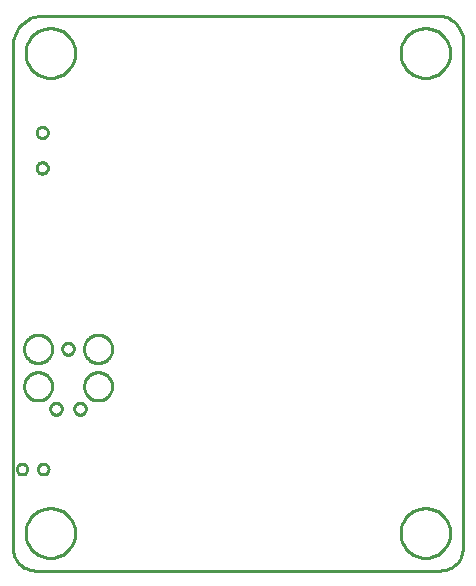
<source format=gbr>
G04 EAGLE Gerber RS-274X export*
G75*
%MOMM*%
%FSLAX34Y34*%
%LPD*%
%IN*%
%IPPOS*%
%AMOC8*
5,1,8,0,0,1.08239X$1,22.5*%
G01*
%ADD10C,0.254000*%


D10*
X0Y19050D02*
X73Y17390D01*
X289Y15742D01*
X649Y14120D01*
X1149Y12535D01*
X1785Y10999D01*
X2552Y9525D01*
X3445Y8123D01*
X4457Y6805D01*
X5580Y5580D01*
X6805Y4457D01*
X8123Y3445D01*
X9525Y2552D01*
X10999Y1785D01*
X12535Y1149D01*
X14120Y649D01*
X15742Y289D01*
X17390Y73D01*
X19050Y0D01*
X361950Y0D01*
X363610Y73D01*
X365258Y289D01*
X366881Y649D01*
X368465Y1149D01*
X370001Y1785D01*
X371475Y2552D01*
X372877Y3445D01*
X374195Y4457D01*
X375420Y5580D01*
X376543Y6805D01*
X377555Y8123D01*
X378448Y9525D01*
X379215Y10999D01*
X379851Y12535D01*
X380351Y14120D01*
X380711Y15742D01*
X380928Y17390D01*
X381000Y19050D01*
X381000Y444500D01*
X381192Y446449D01*
X381214Y448408D01*
X381064Y450360D01*
X380746Y452293D01*
X380260Y454190D01*
X379610Y456038D01*
X378802Y457822D01*
X377841Y459529D01*
X376736Y461145D01*
X375493Y462660D01*
X374124Y464060D01*
X372637Y465335D01*
X371045Y466476D01*
X369360Y467474D01*
X367594Y468321D01*
X365761Y469011D01*
X363875Y469539D01*
X361950Y469900D01*
X25400Y469900D01*
X23186Y469803D01*
X20989Y469514D01*
X18826Y469035D01*
X16713Y468368D01*
X14666Y467520D01*
X12700Y466497D01*
X10831Y465306D01*
X9073Y463958D01*
X7440Y462461D01*
X5942Y460827D01*
X4594Y459069D01*
X3403Y457200D01*
X2380Y455235D01*
X1532Y453187D01*
X865Y451074D01*
X386Y448911D01*
X97Y446714D01*
X0Y444500D01*
X0Y19050D01*
X52705Y31117D02*
X52629Y29853D01*
X52476Y28596D01*
X52248Y27350D01*
X51945Y26120D01*
X51568Y24911D01*
X51119Y23727D01*
X50599Y22572D01*
X50010Y21451D01*
X49355Y20367D01*
X48636Y19325D01*
X47855Y18328D01*
X47015Y17380D01*
X46120Y16485D01*
X45172Y15645D01*
X44175Y14864D01*
X43133Y14145D01*
X42049Y13490D01*
X40928Y12901D01*
X39773Y12381D01*
X38589Y11932D01*
X37380Y11555D01*
X36150Y11252D01*
X34904Y11024D01*
X33647Y10871D01*
X32383Y10795D01*
X31117Y10795D01*
X29853Y10871D01*
X28596Y11024D01*
X27350Y11252D01*
X26120Y11555D01*
X24911Y11932D01*
X23727Y12381D01*
X22572Y12901D01*
X21451Y13490D01*
X20367Y14145D01*
X19325Y14864D01*
X18328Y15645D01*
X17380Y16485D01*
X16485Y17380D01*
X15645Y18328D01*
X14864Y19325D01*
X14145Y20367D01*
X13490Y21451D01*
X12901Y22572D01*
X12381Y23727D01*
X11932Y24911D01*
X11555Y26120D01*
X11252Y27350D01*
X11024Y28596D01*
X10871Y29853D01*
X10795Y31117D01*
X10795Y32383D01*
X10871Y33647D01*
X11024Y34904D01*
X11252Y36150D01*
X11555Y37380D01*
X11932Y38589D01*
X12381Y39773D01*
X12901Y40928D01*
X13490Y42049D01*
X14145Y43133D01*
X14864Y44175D01*
X15645Y45172D01*
X16485Y46120D01*
X17380Y47015D01*
X18328Y47855D01*
X19325Y48636D01*
X20367Y49355D01*
X21451Y50010D01*
X22572Y50599D01*
X23727Y51119D01*
X24911Y51568D01*
X26120Y51945D01*
X27350Y52248D01*
X28596Y52476D01*
X29853Y52629D01*
X31117Y52705D01*
X32383Y52705D01*
X33647Y52629D01*
X34904Y52476D01*
X36150Y52248D01*
X37380Y51945D01*
X38589Y51568D01*
X39773Y51119D01*
X40928Y50599D01*
X42049Y50010D01*
X43133Y49355D01*
X44175Y48636D01*
X45172Y47855D01*
X46120Y47015D01*
X47015Y46120D01*
X47855Y45172D01*
X48636Y44175D01*
X49355Y43133D01*
X50010Y42049D01*
X50599Y40928D01*
X51119Y39773D01*
X51568Y38589D01*
X51945Y37380D01*
X52248Y36150D01*
X52476Y34904D01*
X52629Y33647D01*
X52705Y32383D01*
X52705Y31117D01*
X370205Y31117D02*
X370129Y29853D01*
X369976Y28596D01*
X369748Y27350D01*
X369445Y26120D01*
X369068Y24911D01*
X368619Y23727D01*
X368099Y22572D01*
X367510Y21451D01*
X366855Y20367D01*
X366136Y19325D01*
X365355Y18328D01*
X364515Y17380D01*
X363620Y16485D01*
X362672Y15645D01*
X361675Y14864D01*
X360633Y14145D01*
X359549Y13490D01*
X358428Y12901D01*
X357273Y12381D01*
X356089Y11932D01*
X354880Y11555D01*
X353650Y11252D01*
X352404Y11024D01*
X351147Y10871D01*
X349883Y10795D01*
X348617Y10795D01*
X347353Y10871D01*
X346096Y11024D01*
X344850Y11252D01*
X343620Y11555D01*
X342411Y11932D01*
X341227Y12381D01*
X340072Y12901D01*
X338951Y13490D01*
X337867Y14145D01*
X336825Y14864D01*
X335828Y15645D01*
X334880Y16485D01*
X333985Y17380D01*
X333145Y18328D01*
X332364Y19325D01*
X331645Y20367D01*
X330990Y21451D01*
X330401Y22572D01*
X329881Y23727D01*
X329432Y24911D01*
X329055Y26120D01*
X328752Y27350D01*
X328524Y28596D01*
X328371Y29853D01*
X328295Y31117D01*
X328295Y32383D01*
X328371Y33647D01*
X328524Y34904D01*
X328752Y36150D01*
X329055Y37380D01*
X329432Y38589D01*
X329881Y39773D01*
X330401Y40928D01*
X330990Y42049D01*
X331645Y43133D01*
X332364Y44175D01*
X333145Y45172D01*
X333985Y46120D01*
X334880Y47015D01*
X335828Y47855D01*
X336825Y48636D01*
X337867Y49355D01*
X338951Y50010D01*
X340072Y50599D01*
X341227Y51119D01*
X342411Y51568D01*
X343620Y51945D01*
X344850Y52248D01*
X346096Y52476D01*
X347353Y52629D01*
X348617Y52705D01*
X349883Y52705D01*
X351147Y52629D01*
X352404Y52476D01*
X353650Y52248D01*
X354880Y51945D01*
X356089Y51568D01*
X357273Y51119D01*
X358428Y50599D01*
X359549Y50010D01*
X360633Y49355D01*
X361675Y48636D01*
X362672Y47855D01*
X363620Y47015D01*
X364515Y46120D01*
X365355Y45172D01*
X366136Y44175D01*
X366855Y43133D01*
X367510Y42049D01*
X368099Y40928D01*
X368619Y39773D01*
X369068Y38589D01*
X369445Y37380D01*
X369748Y36150D01*
X369976Y34904D01*
X370129Y33647D01*
X370205Y32383D01*
X370205Y31117D01*
X370205Y437517D02*
X370129Y436253D01*
X369976Y434996D01*
X369748Y433750D01*
X369445Y432520D01*
X369068Y431311D01*
X368619Y430127D01*
X368099Y428972D01*
X367510Y427851D01*
X366855Y426767D01*
X366136Y425725D01*
X365355Y424728D01*
X364515Y423780D01*
X363620Y422885D01*
X362672Y422045D01*
X361675Y421264D01*
X360633Y420545D01*
X359549Y419890D01*
X358428Y419301D01*
X357273Y418781D01*
X356089Y418332D01*
X354880Y417955D01*
X353650Y417652D01*
X352404Y417424D01*
X351147Y417271D01*
X349883Y417195D01*
X348617Y417195D01*
X347353Y417271D01*
X346096Y417424D01*
X344850Y417652D01*
X343620Y417955D01*
X342411Y418332D01*
X341227Y418781D01*
X340072Y419301D01*
X338951Y419890D01*
X337867Y420545D01*
X336825Y421264D01*
X335828Y422045D01*
X334880Y422885D01*
X333985Y423780D01*
X333145Y424728D01*
X332364Y425725D01*
X331645Y426767D01*
X330990Y427851D01*
X330401Y428972D01*
X329881Y430127D01*
X329432Y431311D01*
X329055Y432520D01*
X328752Y433750D01*
X328524Y434996D01*
X328371Y436253D01*
X328295Y437517D01*
X328295Y438783D01*
X328371Y440047D01*
X328524Y441304D01*
X328752Y442550D01*
X329055Y443780D01*
X329432Y444989D01*
X329881Y446173D01*
X330401Y447328D01*
X330990Y448449D01*
X331645Y449533D01*
X332364Y450575D01*
X333145Y451572D01*
X333985Y452520D01*
X334880Y453415D01*
X335828Y454255D01*
X336825Y455036D01*
X337867Y455755D01*
X338951Y456410D01*
X340072Y456999D01*
X341227Y457519D01*
X342411Y457968D01*
X343620Y458345D01*
X344850Y458648D01*
X346096Y458876D01*
X347353Y459029D01*
X348617Y459105D01*
X349883Y459105D01*
X351147Y459029D01*
X352404Y458876D01*
X353650Y458648D01*
X354880Y458345D01*
X356089Y457968D01*
X357273Y457519D01*
X358428Y456999D01*
X359549Y456410D01*
X360633Y455755D01*
X361675Y455036D01*
X362672Y454255D01*
X363620Y453415D01*
X364515Y452520D01*
X365355Y451572D01*
X366136Y450575D01*
X366855Y449533D01*
X367510Y448449D01*
X368099Y447328D01*
X368619Y446173D01*
X369068Y444989D01*
X369445Y443780D01*
X369748Y442550D01*
X369976Y441304D01*
X370129Y440047D01*
X370205Y438783D01*
X370205Y437517D01*
X52705Y437517D02*
X52629Y436253D01*
X52476Y434996D01*
X52248Y433750D01*
X51945Y432520D01*
X51568Y431311D01*
X51119Y430127D01*
X50599Y428972D01*
X50010Y427851D01*
X49355Y426767D01*
X48636Y425725D01*
X47855Y424728D01*
X47015Y423780D01*
X46120Y422885D01*
X45172Y422045D01*
X44175Y421264D01*
X43133Y420545D01*
X42049Y419890D01*
X40928Y419301D01*
X39773Y418781D01*
X38589Y418332D01*
X37380Y417955D01*
X36150Y417652D01*
X34904Y417424D01*
X33647Y417271D01*
X32383Y417195D01*
X31117Y417195D01*
X29853Y417271D01*
X28596Y417424D01*
X27350Y417652D01*
X26120Y417955D01*
X24911Y418332D01*
X23727Y418781D01*
X22572Y419301D01*
X21451Y419890D01*
X20367Y420545D01*
X19325Y421264D01*
X18328Y422045D01*
X17380Y422885D01*
X16485Y423780D01*
X15645Y424728D01*
X14864Y425725D01*
X14145Y426767D01*
X13490Y427851D01*
X12901Y428972D01*
X12381Y430127D01*
X11932Y431311D01*
X11555Y432520D01*
X11252Y433750D01*
X11024Y434996D01*
X10871Y436253D01*
X10795Y437517D01*
X10795Y438783D01*
X10871Y440047D01*
X11024Y441304D01*
X11252Y442550D01*
X11555Y443780D01*
X11932Y444989D01*
X12381Y446173D01*
X12901Y447328D01*
X13490Y448449D01*
X14145Y449533D01*
X14864Y450575D01*
X15645Y451572D01*
X16485Y452520D01*
X17380Y453415D01*
X18328Y454255D01*
X19325Y455036D01*
X20367Y455755D01*
X21451Y456410D01*
X22572Y456999D01*
X23727Y457519D01*
X24911Y457968D01*
X26120Y458345D01*
X27350Y458648D01*
X28596Y458876D01*
X29853Y459029D01*
X31117Y459105D01*
X32383Y459105D01*
X33647Y459029D01*
X34904Y458876D01*
X36150Y458648D01*
X37380Y458345D01*
X38589Y457968D01*
X39773Y457519D01*
X40928Y456999D01*
X42049Y456410D01*
X43133Y455755D01*
X44175Y455036D01*
X45172Y454255D01*
X46120Y453415D01*
X47015Y452520D01*
X47855Y451572D01*
X48636Y450575D01*
X49355Y449533D01*
X50010Y448449D01*
X50599Y447328D01*
X51119Y446173D01*
X51568Y444989D01*
X51945Y443780D01*
X52248Y442550D01*
X52476Y441304D01*
X52629Y440047D01*
X52705Y438783D01*
X52705Y437517D01*
X46458Y182753D02*
X45905Y182815D01*
X45363Y182939D01*
X44838Y183123D01*
X44336Y183364D01*
X43865Y183660D01*
X43430Y184007D01*
X43037Y184400D01*
X42690Y184835D01*
X42394Y185306D01*
X42153Y185808D01*
X41969Y186333D01*
X41845Y186875D01*
X41783Y187428D01*
X41783Y187984D01*
X41845Y188537D01*
X41969Y189079D01*
X42153Y189604D01*
X42394Y190106D01*
X42690Y190577D01*
X43037Y191012D01*
X43430Y191405D01*
X43865Y191752D01*
X44336Y192048D01*
X44838Y192289D01*
X45363Y192473D01*
X45905Y192597D01*
X46458Y192659D01*
X47014Y192659D01*
X47567Y192597D01*
X48109Y192473D01*
X48634Y192289D01*
X49136Y192048D01*
X49607Y191752D01*
X50042Y191405D01*
X50435Y191012D01*
X50782Y190577D01*
X51078Y190106D01*
X51319Y189604D01*
X51503Y189079D01*
X51627Y188537D01*
X51689Y187984D01*
X51689Y187428D01*
X51627Y186875D01*
X51503Y186333D01*
X51319Y185808D01*
X51078Y185306D01*
X50782Y184835D01*
X50435Y184400D01*
X50042Y184007D01*
X49607Y183660D01*
X49136Y183364D01*
X48634Y183123D01*
X48109Y182939D01*
X47567Y182815D01*
X47014Y182753D01*
X46458Y182753D01*
X56608Y131953D02*
X56055Y132015D01*
X55513Y132139D01*
X54988Y132323D01*
X54486Y132564D01*
X54015Y132860D01*
X53580Y133207D01*
X53187Y133600D01*
X52840Y134035D01*
X52544Y134506D01*
X52303Y135008D01*
X52119Y135533D01*
X51995Y136075D01*
X51933Y136628D01*
X51933Y137184D01*
X51995Y137737D01*
X52119Y138279D01*
X52303Y138804D01*
X52544Y139306D01*
X52840Y139777D01*
X53187Y140212D01*
X53580Y140605D01*
X54015Y140952D01*
X54486Y141248D01*
X54988Y141489D01*
X55513Y141673D01*
X56055Y141797D01*
X56608Y141859D01*
X57164Y141859D01*
X57717Y141797D01*
X58259Y141673D01*
X58784Y141489D01*
X59286Y141248D01*
X59757Y140952D01*
X60192Y140605D01*
X60585Y140212D01*
X60932Y139777D01*
X61228Y139306D01*
X61469Y138804D01*
X61653Y138279D01*
X61777Y137737D01*
X61839Y137184D01*
X61839Y136628D01*
X61777Y136075D01*
X61653Y135533D01*
X61469Y135008D01*
X61228Y134506D01*
X60932Y134035D01*
X60585Y133600D01*
X60192Y133207D01*
X59757Y132860D01*
X59286Y132564D01*
X58784Y132323D01*
X58259Y132139D01*
X57717Y132015D01*
X57164Y131953D01*
X56608Y131953D01*
X36308Y131953D02*
X35755Y132015D01*
X35213Y132139D01*
X34688Y132323D01*
X34186Y132564D01*
X33715Y132860D01*
X33280Y133207D01*
X32887Y133600D01*
X32540Y134035D01*
X32244Y134506D01*
X32003Y135008D01*
X31819Y135533D01*
X31695Y136075D01*
X31633Y136628D01*
X31633Y137184D01*
X31695Y137737D01*
X31819Y138279D01*
X32003Y138804D01*
X32244Y139306D01*
X32540Y139777D01*
X32887Y140212D01*
X33280Y140605D01*
X33715Y140952D01*
X34186Y141248D01*
X34688Y141489D01*
X35213Y141673D01*
X35755Y141797D01*
X36308Y141859D01*
X36864Y141859D01*
X37417Y141797D01*
X37959Y141673D01*
X38484Y141489D01*
X38986Y141248D01*
X39457Y140952D01*
X39892Y140605D01*
X40285Y140212D01*
X40632Y139777D01*
X40928Y139306D01*
X41169Y138804D01*
X41353Y138279D01*
X41477Y137737D01*
X41539Y137184D01*
X41539Y136628D01*
X41477Y136075D01*
X41353Y135533D01*
X41169Y135008D01*
X40928Y134506D01*
X40632Y134035D01*
X40285Y133600D01*
X39892Y133207D01*
X39457Y132860D01*
X38986Y132564D01*
X38484Y132323D01*
X37959Y132139D01*
X37417Y132015D01*
X36864Y131953D01*
X36308Y131953D01*
X71669Y175832D02*
X70739Y175905D01*
X69818Y176051D01*
X68910Y176269D01*
X68023Y176557D01*
X67161Y176914D01*
X66329Y177338D01*
X65534Y177825D01*
X64779Y178374D01*
X64069Y178980D01*
X63410Y179639D01*
X62804Y180349D01*
X62255Y181104D01*
X61768Y181899D01*
X61344Y182731D01*
X60987Y183593D01*
X60699Y184480D01*
X60481Y185388D01*
X60335Y186309D01*
X60262Y187239D01*
X60262Y188173D01*
X60335Y189103D01*
X60481Y190024D01*
X60699Y190932D01*
X60987Y191819D01*
X61344Y192681D01*
X61768Y193513D01*
X62255Y194308D01*
X62804Y195063D01*
X63410Y195773D01*
X64069Y196432D01*
X64779Y197038D01*
X65534Y197587D01*
X66329Y198074D01*
X67161Y198498D01*
X68023Y198855D01*
X68910Y199144D01*
X69818Y199361D01*
X70739Y199507D01*
X71669Y199581D01*
X72603Y199581D01*
X73533Y199507D01*
X74454Y199361D01*
X75362Y199144D01*
X76249Y198855D01*
X77111Y198498D01*
X77943Y198074D01*
X78738Y197587D01*
X79493Y197038D01*
X80203Y196432D01*
X80862Y195773D01*
X81468Y195063D01*
X82017Y194308D01*
X82504Y193513D01*
X82928Y192681D01*
X83285Y191819D01*
X83574Y190932D01*
X83791Y190024D01*
X83937Y189103D01*
X84011Y188173D01*
X84011Y187239D01*
X83937Y186309D01*
X83791Y185388D01*
X83574Y184480D01*
X83285Y183593D01*
X82928Y182731D01*
X82504Y181899D01*
X82017Y181104D01*
X81468Y180349D01*
X80862Y179639D01*
X80203Y178980D01*
X79493Y178374D01*
X78738Y177825D01*
X77943Y177338D01*
X77111Y176914D01*
X76249Y176557D01*
X75362Y176269D01*
X74454Y176051D01*
X73533Y175905D01*
X72603Y175832D01*
X71669Y175832D01*
X71669Y144082D02*
X70739Y144155D01*
X69818Y144301D01*
X68910Y144519D01*
X68023Y144807D01*
X67161Y145164D01*
X66329Y145588D01*
X65534Y146075D01*
X64779Y146624D01*
X64069Y147230D01*
X63410Y147889D01*
X62804Y148599D01*
X62255Y149354D01*
X61768Y150149D01*
X61344Y150981D01*
X60987Y151843D01*
X60699Y152730D01*
X60481Y153638D01*
X60335Y154559D01*
X60262Y155489D01*
X60262Y156423D01*
X60335Y157353D01*
X60481Y158274D01*
X60699Y159182D01*
X60987Y160069D01*
X61344Y160931D01*
X61768Y161763D01*
X62255Y162558D01*
X62804Y163313D01*
X63410Y164023D01*
X64069Y164682D01*
X64779Y165288D01*
X65534Y165837D01*
X66329Y166324D01*
X67161Y166748D01*
X68023Y167105D01*
X68910Y167394D01*
X69818Y167611D01*
X70739Y167757D01*
X71669Y167831D01*
X72603Y167831D01*
X73533Y167757D01*
X74454Y167611D01*
X75362Y167394D01*
X76249Y167105D01*
X77111Y166748D01*
X77943Y166324D01*
X78738Y165837D01*
X79493Y165288D01*
X80203Y164682D01*
X80862Y164023D01*
X81468Y163313D01*
X82017Y162558D01*
X82504Y161763D01*
X82928Y160931D01*
X83285Y160069D01*
X83574Y159182D01*
X83791Y158274D01*
X83937Y157353D01*
X84011Y156423D01*
X84011Y155489D01*
X83937Y154559D01*
X83791Y153638D01*
X83574Y152730D01*
X83285Y151843D01*
X82928Y150981D01*
X82504Y150149D01*
X82017Y149354D01*
X81468Y148599D01*
X80862Y147889D01*
X80203Y147230D01*
X79493Y146624D01*
X78738Y146075D01*
X77943Y145588D01*
X77111Y145164D01*
X76249Y144807D01*
X75362Y144519D01*
X74454Y144301D01*
X73533Y144155D01*
X72603Y144082D01*
X71669Y144082D01*
X20869Y144082D02*
X19939Y144155D01*
X19018Y144301D01*
X18110Y144519D01*
X17223Y144807D01*
X16361Y145164D01*
X15529Y145588D01*
X14734Y146075D01*
X13979Y146624D01*
X13269Y147230D01*
X12610Y147889D01*
X12004Y148599D01*
X11455Y149354D01*
X10968Y150149D01*
X10544Y150981D01*
X10187Y151843D01*
X9899Y152730D01*
X9681Y153638D01*
X9535Y154559D01*
X9462Y155489D01*
X9462Y156423D01*
X9535Y157353D01*
X9681Y158274D01*
X9899Y159182D01*
X10187Y160069D01*
X10544Y160931D01*
X10968Y161763D01*
X11455Y162558D01*
X12004Y163313D01*
X12610Y164023D01*
X13269Y164682D01*
X13979Y165288D01*
X14734Y165837D01*
X15529Y166324D01*
X16361Y166748D01*
X17223Y167105D01*
X18110Y167394D01*
X19018Y167611D01*
X19939Y167757D01*
X20869Y167831D01*
X21803Y167831D01*
X22733Y167757D01*
X23654Y167611D01*
X24562Y167394D01*
X25449Y167105D01*
X26311Y166748D01*
X27143Y166324D01*
X27938Y165837D01*
X28693Y165288D01*
X29403Y164682D01*
X30062Y164023D01*
X30668Y163313D01*
X31217Y162558D01*
X31704Y161763D01*
X32128Y160931D01*
X32485Y160069D01*
X32774Y159182D01*
X32991Y158274D01*
X33137Y157353D01*
X33211Y156423D01*
X33211Y155489D01*
X33137Y154559D01*
X32991Y153638D01*
X32774Y152730D01*
X32485Y151843D01*
X32128Y150981D01*
X31704Y150149D01*
X31217Y149354D01*
X30668Y148599D01*
X30062Y147889D01*
X29403Y147230D01*
X28693Y146624D01*
X27938Y146075D01*
X27143Y145588D01*
X26311Y145164D01*
X25449Y144807D01*
X24562Y144519D01*
X23654Y144301D01*
X22733Y144155D01*
X21803Y144082D01*
X20869Y144082D01*
X20869Y175832D02*
X19939Y175905D01*
X19018Y176051D01*
X18110Y176269D01*
X17223Y176557D01*
X16361Y176914D01*
X15529Y177338D01*
X14734Y177825D01*
X13979Y178374D01*
X13269Y178980D01*
X12610Y179639D01*
X12004Y180349D01*
X11455Y181104D01*
X10968Y181899D01*
X10544Y182731D01*
X10187Y183593D01*
X9899Y184480D01*
X9681Y185388D01*
X9535Y186309D01*
X9462Y187239D01*
X9462Y188173D01*
X9535Y189103D01*
X9681Y190024D01*
X9899Y190932D01*
X10187Y191819D01*
X10544Y192681D01*
X10968Y193513D01*
X11455Y194308D01*
X12004Y195063D01*
X12610Y195773D01*
X13269Y196432D01*
X13979Y197038D01*
X14734Y197587D01*
X15529Y198074D01*
X16361Y198498D01*
X17223Y198855D01*
X18110Y199144D01*
X19018Y199361D01*
X19939Y199507D01*
X20869Y199581D01*
X21803Y199581D01*
X22733Y199507D01*
X23654Y199361D01*
X24562Y199144D01*
X25449Y198855D01*
X26311Y198498D01*
X27143Y198074D01*
X27938Y197587D01*
X28693Y197038D01*
X29403Y196432D01*
X30062Y195773D01*
X30668Y195063D01*
X31217Y194308D01*
X31704Y193513D01*
X32128Y192681D01*
X32485Y191819D01*
X32774Y190932D01*
X32991Y190024D01*
X33137Y189103D01*
X33211Y188173D01*
X33211Y187239D01*
X33137Y186309D01*
X32991Y185388D01*
X32774Y184480D01*
X32485Y183593D01*
X32128Y182731D01*
X31704Y181899D01*
X31217Y181104D01*
X30668Y180349D01*
X30062Y179639D01*
X29403Y178980D01*
X28693Y178374D01*
X27938Y177825D01*
X27143Y177338D01*
X26311Y176914D01*
X25449Y176557D01*
X24562Y176269D01*
X23654Y176051D01*
X22733Y175905D01*
X21803Y175832D01*
X20869Y175832D01*
X7469Y81352D02*
X6884Y81429D01*
X6314Y81582D01*
X5769Y81807D01*
X5259Y82102D01*
X4791Y82461D01*
X4373Y82879D01*
X4014Y83347D01*
X3719Y83857D01*
X3494Y84402D01*
X3341Y84972D01*
X3264Y85557D01*
X3264Y86147D01*
X3341Y86732D01*
X3494Y87302D01*
X3719Y87847D01*
X4014Y88357D01*
X4373Y88825D01*
X4791Y89243D01*
X5259Y89602D01*
X5769Y89897D01*
X6314Y90122D01*
X6884Y90275D01*
X7469Y90352D01*
X8059Y90352D01*
X8644Y90275D01*
X9214Y90122D01*
X9759Y89897D01*
X10269Y89602D01*
X10737Y89243D01*
X11155Y88825D01*
X11514Y88357D01*
X11809Y87847D01*
X12034Y87302D01*
X12187Y86732D01*
X12264Y86147D01*
X12264Y85557D01*
X12187Y84972D01*
X12034Y84402D01*
X11809Y83857D01*
X11514Y83347D01*
X11155Y82879D01*
X10737Y82461D01*
X10269Y82102D01*
X9759Y81807D01*
X9214Y81582D01*
X8644Y81429D01*
X8059Y81352D01*
X7469Y81352D01*
X25469Y81352D02*
X24884Y81429D01*
X24314Y81582D01*
X23769Y81807D01*
X23259Y82102D01*
X22791Y82461D01*
X22373Y82879D01*
X22014Y83347D01*
X21719Y83857D01*
X21494Y84402D01*
X21341Y84972D01*
X21264Y85557D01*
X21264Y86147D01*
X21341Y86732D01*
X21494Y87302D01*
X21719Y87847D01*
X22014Y88357D01*
X22373Y88825D01*
X22791Y89243D01*
X23259Y89602D01*
X23769Y89897D01*
X24314Y90122D01*
X24884Y90275D01*
X25469Y90352D01*
X26059Y90352D01*
X26644Y90275D01*
X27214Y90122D01*
X27759Y89897D01*
X28269Y89602D01*
X28737Y89243D01*
X29155Y88825D01*
X29514Y88357D01*
X29809Y87847D01*
X30034Y87302D01*
X30187Y86732D01*
X30264Y86147D01*
X30264Y85557D01*
X30187Y84972D01*
X30034Y84402D01*
X29809Y83857D01*
X29514Y83347D01*
X29155Y82879D01*
X28737Y82461D01*
X28269Y82102D01*
X27759Y81807D01*
X27214Y81582D01*
X26644Y81429D01*
X26059Y81352D01*
X25469Y81352D01*
X25159Y345604D02*
X25689Y345544D01*
X26209Y345426D01*
X26713Y345249D01*
X27193Y345018D01*
X27645Y344734D01*
X28062Y344401D01*
X28439Y344024D01*
X28772Y343607D01*
X29056Y343155D01*
X29287Y342675D01*
X29464Y342171D01*
X29582Y341651D01*
X29642Y341121D01*
X29642Y340587D01*
X29582Y340057D01*
X29464Y339537D01*
X29287Y339033D01*
X29056Y338553D01*
X28772Y338101D01*
X28439Y337684D01*
X28062Y337307D01*
X27645Y336974D01*
X27193Y336690D01*
X26713Y336459D01*
X26209Y336282D01*
X25689Y336164D01*
X25159Y336104D01*
X24625Y336104D01*
X24095Y336164D01*
X23575Y336282D01*
X23071Y336459D01*
X22591Y336690D01*
X22139Y336974D01*
X21722Y337307D01*
X21345Y337684D01*
X21012Y338101D01*
X20728Y338553D01*
X20497Y339033D01*
X20320Y339537D01*
X20202Y340057D01*
X20142Y340587D01*
X20142Y341121D01*
X20202Y341651D01*
X20320Y342171D01*
X20497Y342675D01*
X20728Y343155D01*
X21012Y343607D01*
X21345Y344024D01*
X21722Y344401D01*
X22139Y344734D01*
X22591Y345018D01*
X23071Y345249D01*
X23575Y345426D01*
X24095Y345544D01*
X24625Y345604D01*
X25159Y345604D01*
X25159Y375604D02*
X25689Y375544D01*
X26209Y375426D01*
X26713Y375249D01*
X27193Y375018D01*
X27645Y374734D01*
X28062Y374401D01*
X28439Y374024D01*
X28772Y373607D01*
X29056Y373155D01*
X29287Y372675D01*
X29464Y372171D01*
X29582Y371651D01*
X29642Y371121D01*
X29642Y370587D01*
X29582Y370057D01*
X29464Y369537D01*
X29287Y369033D01*
X29056Y368553D01*
X28772Y368101D01*
X28439Y367684D01*
X28062Y367307D01*
X27645Y366974D01*
X27193Y366690D01*
X26713Y366459D01*
X26209Y366282D01*
X25689Y366164D01*
X25159Y366104D01*
X24625Y366104D01*
X24095Y366164D01*
X23575Y366282D01*
X23071Y366459D01*
X22591Y366690D01*
X22139Y366974D01*
X21722Y367307D01*
X21345Y367684D01*
X21012Y368101D01*
X20728Y368553D01*
X20497Y369033D01*
X20320Y369537D01*
X20202Y370057D01*
X20142Y370587D01*
X20142Y371121D01*
X20202Y371651D01*
X20320Y372171D01*
X20497Y372675D01*
X20728Y373155D01*
X21012Y373607D01*
X21345Y374024D01*
X21722Y374401D01*
X22139Y374734D01*
X22591Y375018D01*
X23071Y375249D01*
X23575Y375426D01*
X24095Y375544D01*
X24625Y375604D01*
X25159Y375604D01*
M02*

</source>
